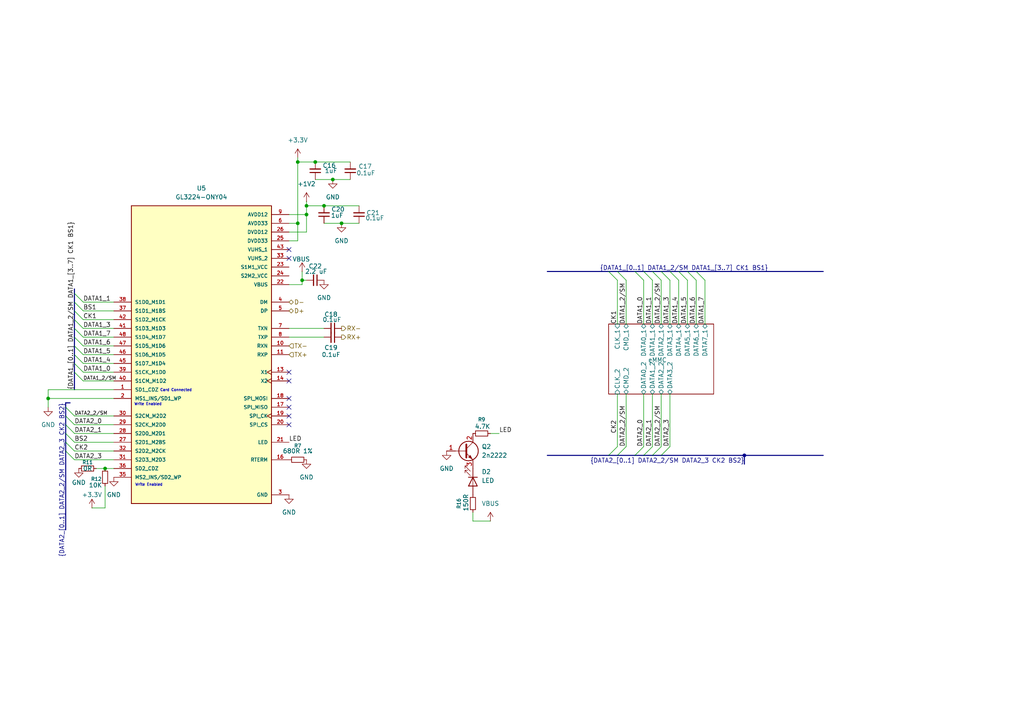
<source format=kicad_sch>
(kicad_sch (version 20250114) (generator "eeschema") (generator_version "9.0")
  (paper "A4")
  (lib_symbols
    (symbol "Device:C_Small" (pin_numbers (hide yes)) (pin_names (offset 0.254) (hide yes))
      (property "Reference" "C" (at 0.254 1.778 0))
      (property "Value" "C_Small" (at 0.254 -2.032 0))
      (symbol "C_Small_0_1"
        (polyline (pts (xy -1.524 0.508) (xy 1.524 0.508)) (stroke (width 0.3048)))
        (polyline (pts (xy -1.524 -0.508) (xy 1.524 -0.508)) (stroke (width 0.3302)))
      )
      (symbol "C_Small_1_1"
        (pin passive line (at 0 2.54 270) (length 2.032) (name "~") (number "1"))
        (pin passive line (at 0 -2.54 90) (length 2.032) (name "~") (number "2"))
      )
    )
    (symbol "Device:LED" (pin_numbers (hide yes)) (pin_names (offset 1.016) (hide yes))
      (property "Reference" "D" (at 0 2.54 0))
      (property "Value" "LED" (at 0 -2.54 0))
      (symbol "LED_0_1"
        (polyline (pts (xy -3.048 -0.762) (xy -4.572 -2.286) (xy -3.81 -2.286) (xy -4.572 -2.286) (xy -4.572 -1.524)))
        (polyline (pts (xy -1.778 -0.762) (xy -3.302 -2.286) (xy -2.54 -2.286) (xy -3.302 -2.286) (xy -3.302 -1.524)))
        (polyline (pts (xy -1.27 0) (xy 1.27 0)))
        (polyline (pts (xy -1.27 -1.27) (xy -1.27 1.27)) (stroke (width 0.254)))
        (polyline (pts (xy 1.27 -1.27) (xy 1.27 1.27) (xy -1.27 0) (xy 1.27 -1.27)) (stroke (width 0.254)))
      )
      (symbol "LED_1_1"
        (pin passive line (at -3.81 0 0) (length 2.54) (name "K") (number "1"))
        (pin passive line (at 3.81 0 180) (length 2.54) (name "A") (number "2"))
      )
    )
    (symbol "Device:R_Small" (pin_numbers (hide yes)) (pin_names (offset 0.254) (hide yes))
      (property "Reference" "R" (at 0 0 90))
      (property "Value" "R_Small" (at 1.778 0 90))
      (symbol "R_Small_0_1"
        (rectangle (start -0.762 1.778) (end 0.762 -1.778) (stroke (width 0.2032)))
      )
      (symbol "R_Small_1_1"
        (pin passive line (at 0 2.54 270) (length 0.762) (name "~") (number "1"))
        (pin passive line (at 0 -2.54 90) (length 0.762) (name "~") (number "2"))
      )
    )
    (symbol "E-ink_USB:GL3224-ONY04" (pin_names (offset 1.016))
      (property "Reference" "U" (at -20.32 43.942 0))
      (property "Value" "GL3224-ONY04" (at -20.32 -45.72 0))
      (symbol "GL3224-ONY04_0_0"
        (rectangle (start -20.32 -43.18) (end 20.32 43.18) (stroke (width 0.254)) (fill (type background)))
        (pin bidirectional line (at -25.4 15.24 0) (length 5.08) (name "S1D0_M1D1") (number "38"))
        (pin bidirectional line (at -25.4 12.7 0) (length 5.08) (name "S1D1_M1BS") (number "37"))
        (pin bidirectional line (at -25.4 10.16 0) (length 5.08) (name "S1D2_M1CK") (number "42"))
        (pin bidirectional line (at -25.4 7.62 0) (length 5.08) (name "S1D3_M1D3") (number "41"))
        (pin bidirectional line (at -25.4 5.08 0) (length 5.08) (name "S1D4_M1D7") (number "48"))
        (pin bidirectional line (at -25.4 2.54 0) (length 5.08) (name "S1D5_M1D6") (number "47"))
        (pin bidirectional line (at -25.4 0 0) (length 5.08) (name "S1D6_M1D5") (number "46"))
        (pin bidirectional line (at -25.4 -2.54 0) (length 5.08) (name "S1D7_M1D4") (number "45"))
        (pin bidirectional line (at -25.4 -5.08 0) (length 5.08) (name "S1CK_M1D0") (number "39"))
        (pin bidirectional line (at -25.4 -7.62 0) (length 5.08) (name "S1CM_M1D2") (number "40"))
        (pin input line (at -25.4 -10.16 0) (length 5.08) (name "SD1_CDZ") (number "1"))
        (pin input line (at -25.4 -12.7 0) (length 5.08) (name "MS1_INS/SD1_WP") (number "2"))
        (pin bidirectional line (at -25.4 -17.78 0) (length 5.08) (name "S2CM_M2D2") (number "30"))
        (pin bidirectional line (at -25.4 -20.32 0) (length 5.08) (name "S2CK_M2D0") (number "29"))
        (pin bidirectional line (at -25.4 -22.86 0) (length 5.08) (name "S2D0_M2D1") (number "28"))
        (pin bidirectional line (at -25.4 -25.4 0) (length 5.08) (name "S2D1_M2BS") (number "27"))
        (pin bidirectional line (at -25.4 -27.94 0) (length 5.08) (name "S2D2_M2CK") (number "32"))
        (pin bidirectional line (at -25.4 -30.48 0) (length 5.08) (name "S2D3_M2D3") (number "31"))
        (pin input line (at -25.4 -33.02 0) (length 5.08) (name "SD2_CDZ") (number "36"))
        (pin input line (at -25.4 -35.56 0) (length 5.08) (name "MS2_INS/SD2_WP") (number "35"))
        (pin power_in line (at 25.4 40.64 180) (length 5.08) (name "AVDD12") (number "9"))
        (pin power_in line (at 25.4 38.1 180) (length 5.08) (hide yes) (name "AVDD33") (number "15"))
        (pin power_in line (at 25.4 38.1 180) (length 5.08) (name "AVDD33") (number "6"))
        (pin power_in line (at 25.4 35.56 180) (length 5.08) (name "DVDD12") (number "26"))
        (pin power_in line (at 25.4 33.02 180) (length 5.08) (name "DVDD33") (number "25"))
        (pin power_in line (at 25.4 33.02 180) (length 5.08) (hide yes) (name "DVDD33") (number "34"))
        (pin power_in line (at 25.4 33.02 180) (length 5.08) (hide yes) (name "DVDD33") (number "44"))
        (pin power_in line (at 25.4 30.48 180) (length 5.08) (name "VUHS_1") (number "43"))
        (pin power_in line (at 25.4 27.94 180) (length 5.08) (name "VUHS_2") (number "33"))
        (pin power_in line (at 25.4 25.4 180) (length 5.08) (name "S1M1_VCC") (number "23"))
        (pin power_in line (at 25.4 22.86 180) (length 5.08) (name "S2M2_VCC") (number "24"))
        (pin power_in line (at 25.4 20.32 180) (length 5.08) (name "VBUS") (number "22"))
        (pin bidirectional line (at 25.4 15.24 180) (length 5.08) (name "DM") (number "4"))
        (pin bidirectional line (at 25.4 12.7 180) (length 5.08) (name "DP") (number "5"))
        (pin output line (at 25.4 7.62 180) (length 5.08) (name "TXN") (number "7"))
        (pin output line (at 25.4 5.08 180) (length 5.08) (name "TXP") (number "8"))
        (pin input line (at 25.4 2.54 180) (length 5.08) (name "RXN") (number "10"))
        (pin input line (at 25.4 0 180) (length 5.08) (name "RXP") (number "11"))
        (pin input clock (at 25.4 -5.08 180) (length 5.08) (name "X1") (number "13"))
        (pin bidirectional clock (at 25.4 -7.62 180) (length 5.08) (name "X2") (number "14"))
        (pin output line (at 25.4 -12.7 180) (length 5.08) (name "SPI_MOSI") (number "18"))
        (pin input line (at 25.4 -15.24 180) (length 5.08) (name "SPI_MISO") (number "17"))
        (pin output clock (at 25.4 -17.78 180) (length 5.08) (name "SPI_CK") (number "19"))
        (pin output line (at 25.4 -20.32 180) (length 5.08) (name "SPI_CS") (number "20"))
        (pin output line (at 25.4 -25.4 180) (length 5.08) (name "LED") (number "21"))
        (pin bidirectional line (at 25.4 -30.48 180) (length 5.08) (name "RTERM") (number "16"))
        (pin power_in line (at 25.4 -40.64 180) (length 5.08) (hide yes) (name "GND") (number "12"))
        (pin power_in line (at 25.4 -40.64 180) (length 5.08) (name "GND") (number "3"))
        (pin power_in line (at 25.4 -40.64 180) (length 5.08) (hide yes) (name "GND") (number "49"))
      )
    )
    (symbol "Transistor_BJT:PZT2222A" (pin_names (offset 0) (hide yes))
      (property "Reference" "Q" (at 5.08 1.905 0))
      (property "Value" "PZT2222A" (at 5.08 0 0))
      (symbol "PZT2222A_0_1"
        (polyline (pts (xy -2.54 0) (xy 0.635 0)))
        (polyline (pts (xy 0.635 1.905) (xy 0.635 -1.905)) (stroke (width 0.508)))
        (circle (center 1.27 0) (radius 2.8194) (stroke (width 0.254)))
      )
      (symbol "PZT2222A_1_1"
        (polyline (pts (xy 0.635 0.635) (xy 2.54 2.54)))
        (polyline (pts (xy 0.635 -0.635) (xy 2.54 -2.54)))
        (polyline (pts (xy 1.27 -1.778) (xy 1.778 -1.27) (xy 2.286 -2.286) (xy 1.27 -1.778)) (fill (type outline)))
        (pin input line (at -5.08 0 0) (length 2.54) (name "B") (number "1"))
        (pin passive line (at 2.54 5.08 270) (length 2.54) (name "C") (number "2"))
        (pin passive line (at 2.54 -5.08 90) (length 2.54) (name "E") (number "3"))
      )
    )
    (symbol "power:+1V2" (power) (pin_numbers (hide yes)) (pin_names (offset 0) (hide yes))
      (property "Value" "+1V2" (at 0 3.556 0))
      (symbol "+1V2_0_1"
        (polyline (pts (xy -0.762 1.27) (xy 0 2.54)))
        (polyline (pts (xy 0 2.54) (xy 0.762 1.27)))
        (polyline (pts (xy 0 0) (xy 0 2.54)))
      )
      (symbol "+1V2_1_1"
        (pin power_in line (at 0 0 90) (length 0) (name "~") (number "1"))
      )
    )
    (symbol "power:+3.3V" (power) (pin_numbers (hide yes)) (pin_names (offset 0) (hide yes))
      (property "Value" "+3.3V" (at 0 3.556 0))
      (symbol "+3.3V_0_1"
        (polyline (pts (xy -0.762 1.27) (xy 0 2.54)))
        (polyline (pts (xy 0 2.54) (xy 0.762 1.27)))
        (polyline (pts (xy 0 0) (xy 0 2.54)))
      )
      (symbol "+3.3V_1_1"
        (pin power_in line (at 0 0 90) (length 0) (name "~") (number "1"))
      )
    )
    (symbol "power:GND" (power) (pin_numbers (hide yes)) (pin_names (offset 0) (hide yes))
      (property "Value" "GND" (at 0 -3.81 0))
      (symbol "GND_0_1"
        (polyline (pts (xy 0 0) (xy 0 -1.27) (xy 1.27 -1.27) (xy 0 -2.54) (xy -1.27 -1.27) (xy 0 -1.27)))
      )
      (symbol "GND_1_1"
        (pin power_in line (at 0 0 270) (length 0) (name "~") (number "1"))
      )
    )
    (symbol "power:VBUS" (power) (pin_numbers (hide yes)) (pin_names (offset 0) (hide yes))
      (property "Value" "VBUS" (at 0 3.556 0))
      (symbol "VBUS_0_1"
        (polyline (pts (xy -0.762 1.27) (xy 0 2.54)))
        (polyline (pts (xy 0 2.54) (xy 0.762 1.27)))
        (polyline (pts (xy 0 0) (xy 0 2.54)))
      )
      (symbol "VBUS_1_1"
        (pin power_in line (at 0 0 90) (length 0) (name "~") (number "1"))
      )
    )
  )
  (text "Write Enabled\n" (at 43.18 140.716 0) (effects (font (size 0.762 0.762))))
  (text "Write Enabled\n" (at 42.926 117.348 0) (effects (font (size 0.762 0.762))))
  (text "Card Connected" (at 51.054 113.284 0) (effects (font (size 0.762 0.762))))
  (junction (at 86.36 46.99))
  (junction (at 30.48 135.89))
  (junction (at 87.63 81.28))
  (junction (at 99.06 64.77))
  (junction (at 91.44 46.99))
  (junction (at 88.9 62.23))
  (junction (at 13.97 115.57))
  (junction (at 86.36 64.77))
  (junction (at 88.9 59.69))
  (junction (at 96.52 52.07))
  (junction (at 215.9 132.08))
  (junction (at 93.98 59.69))
  (no_connect (at 83.82 110.49))
  (no_connect (at 83.82 74.93))
  (no_connect (at 83.82 72.39))
  (no_connect (at 83.82 107.95))
  (no_connect (at 83.82 123.19))
  (no_connect (at 83.82 115.57))
  (no_connect (at 83.82 118.11))
  (no_connect (at 83.82 120.65))
  (bus_entry (at 179.07 132.08) (size 2.54 -2.54))
  (bus_entry (at 19.05 130.81) (size 2.54 2.54))
  (bus_entry (at 186.69 132.08) (size 2.54 -2.54))
  (bus_entry (at 189.23 132.08) (size 2.54 -2.54))
  (bus_entry (at 21.59 85.09) (size 2.54 2.54))
  (bus_entry (at 21.59 97.79) (size 2.54 2.54))
  (bus_entry (at 176.53 78.74) (size 2.54 2.54))
  (bus_entry (at 21.59 87.63) (size 2.54 2.54))
  (bus_entry (at 21.59 92.71) (size 2.54 2.54))
  (bus_entry (at 19.05 120.65) (size 2.54 2.54))
  (bus_entry (at 184.15 132.08) (size 2.54 -2.54))
  (bus_entry (at 21.59 102.87) (size 2.54 2.54))
  (bus_entry (at 21.59 90.17) (size 2.54 2.54))
  (bus_entry (at 189.23 78.74) (size 2.54 2.54))
  (bus_entry (at 19.05 128.27) (size 2.54 2.54))
  (bus_entry (at 19.05 123.19) (size 2.54 2.54))
  (bus_entry (at 184.15 78.74) (size 2.54 2.54))
  (bus_entry (at 186.69 78.74) (size 2.54 2.54))
  (bus_entry (at 19.05 118.11) (size 2.54 2.54))
  (bus_entry (at 201.93 78.74) (size 2.54 2.54))
  (bus_entry (at 19.05 125.73) (size 2.54 2.54))
  (bus_entry (at 194.31 78.74) (size 2.54 2.54))
  (bus_entry (at 179.07 78.74) (size 2.54 2.54))
  (bus_entry (at 21.59 100.33) (size 2.54 2.54))
  (bus_entry (at 191.77 78.74) (size 2.54 2.54))
  (bus_entry (at 21.59 105.41) (size 2.54 2.54))
  (bus_entry (at 21.59 95.25) (size 2.54 2.54))
  (bus_entry (at 191.77 132.08) (size 2.54 -2.54))
  (bus_entry (at 196.85 78.74) (size 2.54 2.54))
  (bus_entry (at 21.59 107.95) (size 2.54 2.54))
  (bus_entry (at 199.39 78.74) (size 2.54 2.54))
  (bus_entry (at 176.53 132.08) (size 2.54 -2.54))
  (bus (pts (xy 179.07 78.74) (xy 184.15 78.74)))
  (wire (pts (xy 21.59 125.73) (xy 33.02 125.73)))
  (bus (pts (xy 184.15 132.08) (xy 186.69 132.08)))
  (wire (pts (xy 137.16 151.13) (xy 142.24 151.13)))
  (wire (pts (xy 91.44 52.07) (xy 96.52 52.07)))
  (wire (pts (xy 88.9 59.69) (xy 93.98 59.69)))
  (bus (pts (xy 158.75 132.08) (xy 176.53 132.08)))
  (wire (pts (xy 87.63 81.28) (xy 87.63 82.55)))
  (bus (pts (xy 176.53 78.74) (xy 179.07 78.74)))
  (wire (pts (xy 21.59 128.27) (xy 33.02 128.27)))
  (wire (pts (xy 88.9 67.31) (xy 83.82 67.31)))
  (wire (pts (xy 26.67 147.32) (xy 30.48 147.32)))
  (wire (pts (xy 91.44 46.99) (xy 101.6 46.99)))
  (bus (pts (xy 201.93 78.74) (xy 238.76 78.74)))
  (wire (pts (xy 196.85 81.28) (xy 196.85 93.98)))
  (wire (pts (xy 181.61 114.3) (xy 181.61 129.54)))
  (wire (pts (xy 86.36 64.77) (xy 86.36 69.85)))
  (bus (pts (xy 191.77 132.08) (xy 215.9 132.08)))
  (wire (pts (xy 194.31 114.3) (xy 194.31 129.54)))
  (wire (pts (xy 24.13 110.49) (xy 33.02 110.49)))
  (wire (pts (xy 86.36 69.85) (xy 83.82 69.85)))
  (bus (pts (xy 158.75 78.74) (xy 176.53 78.74)))
  (wire (pts (xy 191.77 114.3) (xy 191.77 129.54)))
  (bus (pts (xy 21.59 97.79) (xy 21.59 100.33)))
  (wire (pts (xy 87.63 78.74) (xy 87.63 81.28)))
  (bus (pts (xy 21.59 90.17) (xy 21.59 92.71)))
  (bus (pts (xy 191.77 78.74) (xy 194.31 78.74)))
  (wire (pts (xy 194.31 81.28) (xy 194.31 93.98)))
  (wire (pts (xy 186.69 114.3) (xy 186.69 129.54)))
  (wire (pts (xy 189.23 81.28) (xy 189.23 93.98)))
  (wire (pts (xy 88.9 81.28) (xy 87.63 81.28)))
  (wire (pts (xy 186.69 81.28) (xy 186.69 93.98)))
  (bus (pts (xy 21.59 105.41) (xy 21.59 107.95)))
  (bus (pts (xy 215.9 132.08) (xy 238.76 132.08)))
  (wire (pts (xy 21.59 130.81) (xy 33.02 130.81)))
  (wire (pts (xy 181.61 81.28) (xy 181.61 93.98)))
  (bus (pts (xy 19.05 130.81) (xy 19.05 153.67)))
  (bus (pts (xy 19.05 116.84) (xy 19.05 118.11)))
  (wire (pts (xy 201.93 81.28) (xy 201.93 93.98)))
  (bus (pts (xy 19.05 116.84) (xy 20.32 116.84)))
  (wire (pts (xy 191.77 81.28) (xy 191.77 93.98)))
  (wire (pts (xy 21.59 120.65) (xy 33.02 120.65)))
  (bus (pts (xy 186.69 132.08) (xy 189.23 132.08)))
  (wire (pts (xy 83.82 95.25) (xy 93.98 95.25)))
  (wire (pts (xy 24.13 97.79) (xy 33.02 97.79)))
  (bus (pts (xy 21.59 83.82) (xy 21.59 85.09)))
  (bus (pts (xy 21.59 95.25) (xy 21.59 97.79)))
  (bus (pts (xy 21.59 102.87) (xy 21.59 105.41)))
  (wire (pts (xy 27.94 135.89) (xy 30.48 135.89)))
  (wire (pts (xy 24.13 102.87) (xy 33.02 102.87)))
  (wire (pts (xy 87.63 82.55) (xy 83.82 82.55)))
  (wire (pts (xy 83.82 64.77) (xy 86.36 64.77)))
  (bus (pts (xy 21.59 92.71) (xy 21.59 95.25)))
  (bus (pts (xy 186.69 78.74) (xy 189.23 78.74)))
  (bus (pts (xy 176.53 132.08) (xy 179.07 132.08)))
  (wire (pts (xy 199.39 81.28) (xy 199.39 93.98)))
  (bus (pts (xy 199.39 78.74) (xy 201.93 78.74)))
  (wire (pts (xy 24.13 105.41) (xy 33.02 105.41)))
  (wire (pts (xy 24.13 87.63) (xy 33.02 87.63)))
  (wire (pts (xy 13.97 115.57) (xy 13.97 113.03)))
  (bus (pts (xy 19.05 120.65) (xy 19.05 123.19)))
  (wire (pts (xy 13.97 113.03) (xy 33.02 113.03)))
  (wire (pts (xy 88.9 62.23) (xy 88.9 67.31)))
  (wire (pts (xy 86.36 46.99) (xy 86.36 64.77)))
  (wire (pts (xy 88.9 59.69) (xy 88.9 62.23)))
  (bus (pts (xy 19.05 123.19) (xy 19.05 125.73)))
  (wire (pts (xy 30.48 140.97) (xy 30.48 147.32)))
  (wire (pts (xy 24.13 90.17) (xy 33.02 90.17)))
  (wire (pts (xy 179.07 81.28) (xy 179.07 93.98)))
  (wire (pts (xy 13.97 118.11) (xy 13.97 115.57)))
  (wire (pts (xy 30.48 135.89) (xy 33.02 135.89)))
  (wire (pts (xy 24.13 92.71) (xy 33.02 92.71)))
  (wire (pts (xy 137.16 148.59) (xy 137.16 151.13)))
  (wire (pts (xy 86.36 46.99) (xy 91.44 46.99)))
  (bus (pts (xy 189.23 132.08) (xy 191.77 132.08)))
  (wire (pts (xy 24.13 95.25) (xy 33.02 95.25)))
  (wire (pts (xy 96.52 52.07) (xy 101.6 52.07)))
  (wire (pts (xy 144.78 125.73) (xy 142.24 125.73)))
  (bus (pts (xy 19.05 118.11) (xy 19.05 120.65)))
  (bus (pts (xy 19.05 128.27) (xy 19.05 130.81)))
  (wire (pts (xy 24.13 107.95) (xy 33.02 107.95)))
  (bus (pts (xy 184.15 78.74) (xy 186.69 78.74)))
  (wire (pts (xy 86.36 45.72) (xy 86.36 46.99)))
  (bus (pts (xy 179.07 132.08) (xy 184.15 132.08)))
  (bus (pts (xy 19.05 125.73) (xy 19.05 128.27)))
  (bus (pts (xy 194.31 78.74) (xy 196.85 78.74)))
  (bus (pts (xy 21.59 100.33) (xy 21.59 102.87)))
  (bus (pts (xy 215.9 134.62) (xy 215.9 132.08)))
  (bus (pts (xy 21.59 85.09) (xy 21.59 87.63)))
  (wire (pts (xy 179.07 114.3) (xy 179.07 129.54)))
  (wire (pts (xy 83.82 97.79) (xy 93.98 97.79)))
  (wire (pts (xy 88.9 58.42) (xy 88.9 59.69)))
  (wire (pts (xy 13.97 115.57) (xy 33.02 115.57)))
  (bus (pts (xy 21.59 107.95) (xy 21.59 113.03)))
  (bus (pts (xy 189.23 78.74) (xy 191.77 78.74)))
  (bus (pts (xy 21.59 87.63) (xy 21.59 90.17)))
  (wire (pts (xy 83.82 62.23) (xy 88.9 62.23)))
  (wire (pts (xy 21.59 123.19) (xy 33.02 123.19)))
  (wire (pts (xy 204.47 81.28) (xy 204.47 93.98)))
  (wire (pts (xy 93.98 59.69) (xy 104.14 59.69)))
  (wire (pts (xy 189.23 114.3) (xy 189.23 129.54)))
  (wire (pts (xy 21.59 133.35) (xy 33.02 133.35)))
  (wire (pts (xy 99.06 64.77) (xy 104.14 64.77)))
  (bus (pts (xy 196.85 78.74) (xy 199.39 78.74)))
  (wire (pts (xy 93.98 64.77) (xy 99.06 64.77)))
  (wire (pts (xy 24.13 100.33) (xy 33.02 100.33)))
  (label "DATA1_0" (at 186.69 93.98 90))
  (label "DATA1_0" (at 24.13 107.95 0))
  (label "DATA1_4" (at 196.85 93.98 90))
  (label "DATA1_5" (at 199.39 93.98 90))
  (label "DATA2_3" (at 21.59 133.35 0))
  (label "DATA1_3" (at 24.13 95.25 0))
  (label "CK1" (at 179.07 93.98 90))
  (label "CK2" (at 21.59 130.81 0))
  (label "BS1" (at 24.13 90.17 0))
  (label "DATA1_3" (at 194.31 93.98 90))
  (label "{DATA1_[0..1] DATA1_2{slash}SM DATA1_[3..7] CK1 BS1}" (at 21.59 113.03 90))
  (label "DATA1_5" (at 24.13 102.87 0))
  (label "DATA2_3" (at 194.31 129.54 90))
  (label "BS2" (at 21.59 128.27 0))
  (label "DATA2_0" (at 186.69 129.54 90))
  (label "LED" (at 83.82 128.27 0))
  (label "DATA1_6" (at 201.93 93.98 90))
  (label "DATA1_1" (at 189.23 93.98 90))
  (label "DATA1_1" (at 24.13 87.63 0))
  (label "DATA1_2{slash}SM" (at 191.77 93.98 90))
  (label "DATA1_7" (at 24.13 97.79 0))
  (label "DATA1_7" (at 204.47 93.98 90))
  (label "DATA1_2{slash}SM" (at 24.13 110.49 0) (effects (font (size 1.016 1.016))))
  (label "{DATA2_[0..1] DATA2_2{slash}SM DATA2_3 CK2 BS2}" (at 19.05 116.84 270))
  (label "DATA2_2{slash}SM" (at 191.77 129.54 90))
  (label "DATA2_1" (at 189.23 129.54 90))
  (label "{DATA1_[0..1] DATA1_2{slash}SM DATA1_[3..7] CK1 BS1}" (at 173.99 78.74 0))
  (label "{DATA2_[0..1] DATA2_2{slash}SM DATA2_3 CK2 BS2}" (at 215.9 134.62 180))
  (label "DATA1_2{slash}SM" (at 181.61 93.98 90))
  (label "CK1" (at 24.13 92.71 0))
  (label "LED" (at 144.78 125.73 0))
  (label "DATA2_2{slash}SM" (at 21.59 120.65 0) (effects (font (size 1.016 1.016))))
  (label "DATA2_0" (at 21.59 123.19 0))
  (label "DATA2_2{slash}SM" (at 181.61 129.54 90))
  (label "CK2" (at 179.07 125.73 90))
  (label "DATA1_6" (at 24.13 100.33 0))
  (label "DATA2_1" (at 21.59 125.73 0))
  (label "DATA1_4" (at 24.13 105.41 0))
  (hierarchical_label "RX-" (shape output) (at 99.06 95.25 0))
  (hierarchical_label "RX+" (shape output) (at 99.06 97.79 0))
  (hierarchical_label "TX+" (shape input) (at 83.82 102.87 0))
  (hierarchical_label "D-" (shape bidirectional) (at 83.82 87.63 0))
  (hierarchical_label "TX-" (shape input) (at 83.82 100.33 0))
  (hierarchical_label "D+" (shape bidirectional) (at 83.82 90.17 0))
  (symbol (lib_id "power:GND") (at 129.54 130.81 0) (unit 1)
    (property "Reference" "#PWR048" (effects (hide yes)))
    (property "Value" "GND" (at 129.54 135.89 0))
    (property "Description" "Power symbol creates a global label with name \"GND\" , ground" (effects (hide yes)))
  )
  (symbol (lib_id "Device:C_Small") (at 101.6 49.53 180) (unit 1)
    (property "Reference" "C17" (at 105.918 48.26 0))
    (property "Value" "0.1uF" (at 106.1104 50.1869 0))
    (property "Footprint" "Capacitor_SMD:C_0201_0603Metric" (effects (hide yes)))
    (property "Description" "Unpolarized capacitor, small symbol" (effects (hide yes)))
  )
  (symbol (lib_id "power:VBUS") (at 87.63 78.74 0) (unit 1)
    (property "Reference" "#PWR031" (effects (hide yes)))
    (property "Value" "VBUS" (at 87.376 75.184 0))
    (property "Description" "Power symbol creates a global label with name \"VBUS\"" (effects (hide yes)))
  )
  (symbol (lib_id "Device:C_Small") (at 96.52 97.79 270) (unit 1)
    (property "Reference" "C19" (at 96.012 100.838 90))
    (property "Value" "0.1uF" (at 96.012 102.87 90))
    (property "Footprint" "Capacitor_SMD:C_0201_0603Metric" (effects (hide yes)))
    (property "Description" "Unpolarized capacitor, small symbol" (effects (hide yes)))
  )
  (symbol (lib_id "Device:R_Small") (at 137.16 146.05 180) (unit 1)
    (property "Reference" "R16" (at 133.096 146.05 90) (effects (font (size 1.016 1.016))))
    (property "Value" "150R" (at 135.128 145.796 90))
    (property "Footprint" "Resistor_SMD:R_0201_0603Metric" (effects (hide yes)))
    (property "Description" "Resistor, small symbol" (effects (hide yes)))
  )
  (symbol (lib_id "Device:C_Small") (at 93.98 62.23 180) (unit 1)
    (property "Reference" "C20" (at 98.044 60.706 0))
    (property "Value" "1uF" (at 97.79 62.484 0))
    (property "Footprint" "Capacitor_SMD:C_0201_0603Metric" (effects (hide yes)))
    (property "Description" "Unpolarized capacitor, small symbol" (effects (hide yes)))
  )
  (symbol (lib_id "power:GND") (at 93.98 81.28 0) (unit 1)
    (property "Reference" "#PWR036" (effects (hide yes)))
    (property "Value" "GND" (at 93.98 86.36 0))
    (property "Description" "Power symbol creates a global label with name \"GND\" , ground" (effects (hide yes)))
  )
  (symbol (lib_id "Device:LED") (at 137.16 139.7 270) (unit 1)
    (property "Reference" "D2" (at 139.7 136.8424 90) (effects (justify left)))
    (property "Value" "LED" (at 139.7 139.3824 90) (effects (justify left)))
    (property "Footprint" "LED_SMD:LED_0603_1608Metric" (effects (hide yes)))
    (property "Description" "Light emitting diode" (effects (hide yes)))
    (property "Sim.Pins" "1=K 2=A" (effects (hide yes)))
  )
  (symbol (lib_id "Device:C_Small") (at 91.44 81.28 270) (unit 1)
    (property "Reference" "C22" (at 91.44 77.216 90))
    (property "Value" "2.2 uF" (at 91.694 78.74 90))
    (property "Footprint" "Capacitor_SMD:C_0402_1005Metric" (effects (hide yes)))
    (property "Description" "Unpolarized capacitor, small symbol" (effects (hide yes)))
  )
  (symbol (lib_id "Device:R_Small") (at 30.48 138.43 180) (unit 1)
    (property "Reference" "R12" (at 27.94 138.938 0) (effects (font (size 1.016 1.016))))
    (property "Value" "10K" (at 27.686 140.716 0))
    (property "Footprint" "Resistor_SMD:R_0201_0603Metric" (effects (hide yes)))
    (property "Description" "Resistor, small symbol" (effects (hide yes)))
  )
  (symbol (lib_id "power:GND") (at 13.97 118.11 0) (unit 1)
    (property "Reference" "#PWR019" (effects (hide yes)))
    (property "Value" "GND" (at 13.97 123.19 0))
    (property "Description" "Power symbol creates a global label with name \"GND\" , ground" (effects (hide yes)))
  )
  (symbol (lib_id "power:GND") (at 96.52 52.07 0) (unit 1)
    (property "Reference" "#PWR029" (effects (hide yes)))
    (property "Value" "GND" (at 96.52 57.15 0))
    (property "Description" "Power symbol creates a global label with name \"GND\" , ground" (effects (hide yes)))
  )
  (symbol (lib_id "power:VBUS") (at 142.24 151.13 0) (unit 1)
    (property "Reference" "#PWR06" (effects (hide yes)))
    (property "Value" "VBUS" (at 142.24 146.05 0))
    (property "Description" "Power symbol creates a global label with name \"VBUS\"" (effects (hide yes)))
  )
  (symbol (lib_id "power:GND") (at 22.86 135.89 0) (unit 1)
    (property "Reference" "#PWR037" (effects (hide yes)))
    (property "Value" "GND" (at 22.86 139.954 0))
    (property "Description" "Power symbol creates a global label with name \"GND\" , ground" (effects (hide yes)))
  )
  (symbol (lib_id "Device:C_Small") (at 91.44 49.53 180) (unit 1)
    (property "Reference" "C16" (at 95.504 48.006 0))
    (property "Value" "1uF" (at 96.012 49.53 0))
    (property "Footprint" "Capacitor_SMD:C_0201_0603Metric" (effects (hide yes)))
    (property "Description" "Unpolarized capacitor, small symbol" (effects (hide yes)))
  )
  (symbol (lib_id "Device:R_Small") (at 25.4 135.89 90) (unit 1)
    (property "Reference" "R11" (at 25.4 134.112 90) (effects (font (size 1.016 1.016))))
    (property "Value" "0R" (at 25.4 135.89 90))
    (property "Footprint" "Resistor_SMD:R_0201_0603Metric" (effects (hide yes)))
    (property "Description" "Resistor, small symbol" (effects (hide yes)))
  )
  (symbol (lib_id "power:GND") (at 83.82 143.51 0) (unit 1)
    (property "Reference" "#PWR032" (effects (hide yes)))
    (property "Value" "GND" (at 83.82 148.59 0))
    (property "Description" "Power symbol creates a global label with name \"GND\" , ground" (effects (hide yes)))
  )
  (symbol (lib_id "Device:R_Small") (at 86.36 133.35 90) (unit 1)
    (property "Reference" "R7" (at 86.36 129.286 90) (effects (font (size 1.016 1.016))))
    (property "Value" "680R 1%" (at 86.36 130.81 90))
    (property "Footprint" "Resistor_SMD:R_0201_0603Metric" (effects (hide yes)))
    (property "Description" "Resistor, small symbol" (effects (hide yes)))
  )
  (symbol (lib_id "power:GND") (at 99.06 64.77 0) (unit 1)
    (property "Reference" "#PWR035" (effects (hide yes)))
    (property "Value" "GND" (at 99.06 69.85 0))
    (property "Description" "Power symbol creates a global label with name \"GND\" , ground" (effects (hide yes)))
  )
  (symbol (lib_id "power:GND") (at 88.9 133.35 0) (unit 1)
    (property "Reference" "#PWR033" (effects (hide yes)))
    (property "Value" "GND" (at 88.9 138.43 0))
    (property "Description" "Power symbol creates a global label with name \"GND\" , ground" (effects (hide yes)))
  )
  (symbol (lib_id "Device:R_Small") (at 139.7 125.73 90) (unit 1)
    (property "Reference" "R9" (at 139.7 121.666 90) (effects (font (size 1.016 1.016))))
    (property "Value" "4.7K" (at 139.954 123.698 90))
    (property "Footprint" "Resistor_SMD:R_0201_0603Metric" (effects (hide yes)))
    (property "Description" "Resistor, small symbol" (effects (hide yes)))
  )
  (symbol (lib_id "E-ink_USB:GL3224-ONY04") (at 58.42 102.87 0) (unit 1)
    (property "Reference" "U5" (at 58.42 54.61 0))
    (property "Value" "GL3224-ONY04" (at 58.42 57.15 0))
    (property "MF" "Genesys Logic" (effects (hide yes)))
    (property "MAXIMUM_PACKAGE_HEIGHT" "0.8 mm" (effects (hide yes)))
    (property "CREATOR" "AAMIR" (effects (hide yes)))
    (property "Price" "None" (effects (hide yes)))
    (property "Package" "None" (effects (hide yes)))
    (property "Check_prices" "https://www.snapeda.com/parts/GL3224-ONY04/Genesys+Logic/view-part/?ref=eda" (effects (hide yes)))
    (property "STANDARD" "IPC-7351B" (effects (hide yes)))
    (property "PARTREV" "1.11" (effects (hide yes)))
    (property "VERIFIER" "ASHISH" (effects (hide yes)))
    (property "SnapEDA_Link" "https://www.snapeda.com/parts/GL3224-ONY04/Genesys+Logic/view-part/?ref=snap" (effects (hide yes)))
    (property "MP" "GL3224-ONY04" (effects (hide yes)))
    (property "Description_1" "USB 3.0 Dual/Single LUN Memory Card Reader Controller" (effects (hide yes)))
    (property "Availability" "Not in stock" (effects (hide yes)))
    (property "MANUFACTURER" "Genesys Logic" (effects (hide yes)))
  )
  (symbol (lib_id "power:+3.3V") (at 26.67 147.32 0) (unit 1)
    (property "Reference" "#PWR050" (effects (hide yes)))
    (property "Value" "+3.3V" (at 26.67 143.51 0))
    (property "Description" "Power symbol creates a global label with name \"+3.3V\"" (effects (hide yes)))
  )
  (symbol (lib_id "power:GND") (at 33.02 138.43 0) (unit 1)
    (property "Reference" "#PWR020" (effects (hide yes)))
    (property "Value" "GND" (at 33.02 143.51 0))
    (property "Description" "Power symbol creates a global label with name \"GND\" , ground" (effects (hide yes)))
  )
  (symbol (lib_id "power:+3.3V") (at 86.36 45.72 0) (unit 1)
    (property "Reference" "#PWR025" (effects (hide yes)))
    (property "Value" "+3.3V" (at 86.36 40.64 0))
    (property "Description" "Power symbol creates a global label with name \"+3.3V\"" (effects (hide yes)))
  )
  (symbol (lib_id "Transistor_BJT:PZT2222A") (at 134.62 130.81 0) (unit 1)
    (property "Reference" "Q2" (at 139.7 129.5399 0) (effects (justify left)))
    (property "Value" "2n2222" (at 139.7 132.0799 0) (effects (justify left)))
    (property "Footprint" "Package_TO_SOT_THT:TO-18-3" (effects (hide yes)))
    (property "Datasheet" "https://www.onsemi.com/pub/Collateral/PN2222-D.PDF" (effects (hide yes)))
    (property "Description" "1A Ic, 40V Vce, NPN Transistor, General Purpose Transistor, SOT-223" (effects (hide yes)))
  )
  (symbol (lib_id "Device:C_Small") (at 96.52 95.25 270) (unit 1)
    (property "Reference" "C18" (at 96.012 91.186 90))
    (property "Value" "0.1uF" (at 96.266 92.71 90))
    (property "Footprint" "Capacitor_SMD:C_0201_0603Metric" (effects (hide yes)))
    (property "Description" "Unpolarized capacitor, small symbol" (effects (hide yes)))
  )
  (symbol (lib_id "Device:C_Small") (at 104.14 62.23 180) (unit 1)
    (property "Reference" "C21" (at 108.204 61.722 0))
    (property "Value" "0.1uF" (at 108.712 63.246 0))
    (property "Footprint" "Capacitor_SMD:C_0201_0603Metric" (effects (hide yes)))
    (property "Description" "Unpolarized capacitor, small symbol" (effects (hide yes)))
  )
  (symbol (lib_id "power:+1V2") (at 88.9 58.42 0) (unit 1)
    (property "Reference" "#PWR034" (effects (hide yes)))
    (property "Value" "+1V2" (at 88.9 53.34 0))
    (property "Description" "Power symbol creates a global label with name \"+1V2\"" (effects (hide yes)))
  )
  (sheet (at 176.53 93.98) (size 30.48 20.32) (stroke (width 0.1524))
    (property "Sheetname" "eMMC" (at 187.96 105.156 0) (effects (justify left bottom)))
    (property "Sheetfile" "eMMC_storage.kicad_sch" (effects (hide yes)))
    (pin "CLK_1" input (at 179.07 93.98 90))
    (pin "CMD_1" bidirectional (at 181.61 93.98 90))
    (pin "DATA0_1" bidirectional (at 186.69 93.98 90))
    (pin "DATA1_1" bidirectional (at 189.23 93.98 90))
    (pin "DATA2_1" bidirectional (at 191.77 93.98 90))
    (pin "DATA3_1" bidirectional (at 194.31 93.98 90))
    (pin "DATA4_1" bidirectional (at 196.85 93.98 90))
    (pin "DATA5_1" bidirectional (at 199.39 93.98 90))
    (pin "DATA6_1" bidirectional (at 201.93 93.98 90))
    (pin "DATA7_1" bidirectional (at 204.47 93.98 90))
    (pin "CLK_2" input (at 179.07 114.3 270))
    (pin "CMD_2" bidirectional (at 181.61 114.3 270))
    (pin "DATA0_2" bidirectional (at 186.69 114.3 270))
    (pin "DATA1_2" bidirectional (at 189.23 114.3 270))
    (pin "DATA2_2" bidirectional (at 191.77 114.3 270))
    (pin "DATA3_2" bidirectional (at 194.31 114.3 270))
  )
)
</source>
